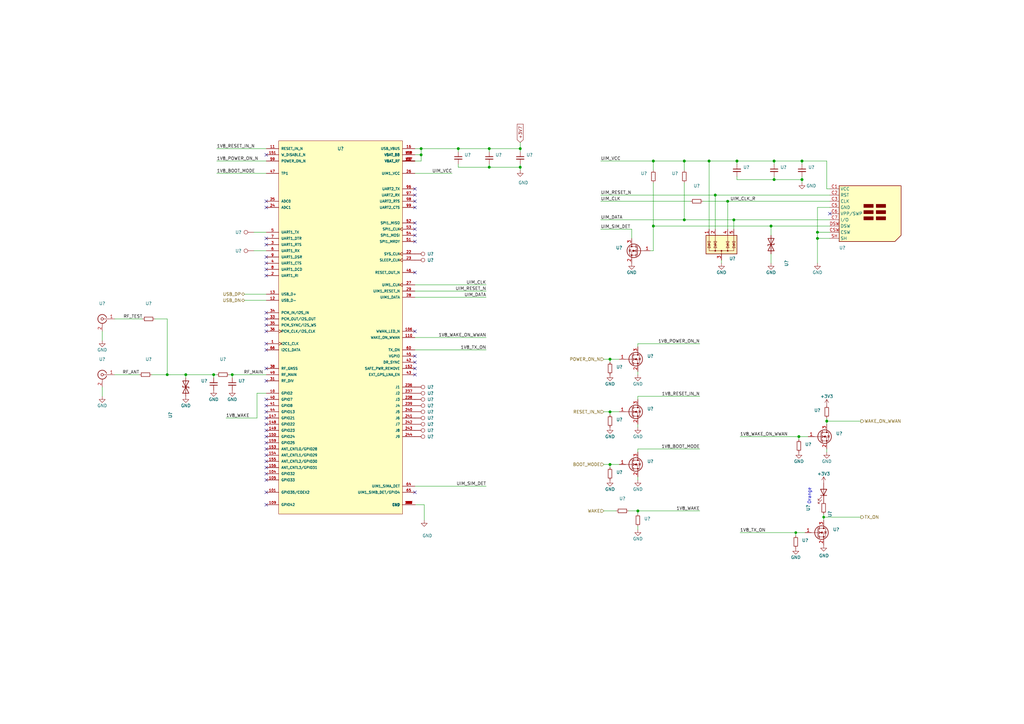
<source format=kicad_sch>
(kicad_sch (version 20220929) (generator eeschema)
  (paper "A3")
  (lib_symbols
    (symbol "Connector:Conn_Coaxial" (pin_names (offset 1.016) hide)
      (property "Reference" "J" (at 0.254 3.048 0))
      (property "Value" "Conn_Coaxial" (at 2.921 0 90))
      (symbol "Conn_Coaxial_0_1"
        (arc (start -1.778 -0.508) (mid 0.2311 -1.8066) (end 1.778 0) (stroke (width 0.254)))
        (polyline (pts (xy -2.54 0) (xy -0.508 0)))
        (polyline (pts (xy 0 -2.54) (xy 0 -1.778)))
        (circle (center 0 0) (radius 0.508) (stroke (width 0.2032)))
        (arc (start 1.778 0) (mid 0.2099 1.8101) (end -1.778 0.508) (stroke (width 0.254)))
      )
      (symbol "Conn_Coaxial_1_1"
        (pin passive line (at -5.08 0 0) (length 2.54) (name "In") (number "1"))
        (pin passive line (at 0 -5.08 90) (length 2.54) (name "Ext") (number "2"))
      )
    )
    (symbol "Connector:JAE_SIM_Card_SF72S006"
      (property "Reference" "J" (at 5.08 12.7 0))
      (property "Value" "JAE_SIM_Card_SF72S006" (at 30.48 12.7 0))
      (symbol "JAE_SIM_Card_SF72S006_0_1"
        (polyline (pts (xy 3.81 11.43) (xy 3.81 -11.43) (xy 26.67 -11.43) (xy 29.21 -8.89) (xy 29.21 11.43) (xy 3.81 11.43)) (stroke (width 0.254)) (fill (type background)))
        (rectangle (start 13.97 -2.54) (end 17.78 -1.27) (stroke (width 0.254)) (fill (type outline)))
        (rectangle (start 13.97 0) (end 17.78 1.27) (stroke (width 0.254)) (fill (type outline)))
        (rectangle (start 13.97 2.54) (end 17.78 3.81) (stroke (width 0.254)) (fill (type outline)))
        (rectangle (start 19.05 -1.27) (end 22.86 -2.54) (stroke (width 0.254)) (fill (type outline)))
        (rectangle (start 19.05 0) (end 22.86 1.27) (stroke (width 0.254)) (fill (type outline)))
        (rectangle (start 19.05 2.54) (end 22.86 3.81) (stroke (width 0.254)) (fill (type outline)))
      )
      (symbol "JAE_SIM_Card_SF72S006_1_1"
        (pin power_in line (at 0 10.16 0) (length 3.81) (name "VCC") (number "C1"))
        (pin input line (at 0 7.62 0) (length 3.81) (name "RST") (number "C2"))
        (pin input line (at 0 5.08 0) (length 3.81) (name "CLK") (number "C3"))
        (pin power_in line (at 0 2.54 0) (length 3.81) (name "GND") (number "C5"))
        (pin bidirectional line (at 0 0 0) (length 3.81) (name "VPP/SWP") (number "C6"))
        (pin bidirectional line (at 0 -2.54 0) (length 3.81) (name "I/O") (number "C7"))
        (pin passive line (at 0 -7.62 0) (length 3.81) (name "CSW") (number "CSW"))
        (pin passive line (at 0 -5.08 0) (length 3.81) (name "DSW") (number "DSW"))
        (pin passive line (at 0 -10.16 0) (length 3.81) (name "SH") (number "SH"))
      )
    )
    (symbol "Connector:TestPoint" (pin_numbers hide) (pin_names (offset 0.762) hide)
      (property "Reference" "TP" (at 0 6.858 0))
      (property "Value" "TestPoint" (at 0 5.08 0))
      (symbol "TestPoint_0_1"
        (circle (center 0 3.302) (radius 0.762))
      )
      (symbol "TestPoint_1_1"
        (pin passive line (at 0 0 90) (length 2.54) (name "1") (number "1"))
      )
    )
    (symbol "Device:C_Small" (pin_numbers hide) (pin_names (offset 0.254) hide)
      (property "Reference" "C" (at 0.254 1.778 0))
      (property "Value" "C_Small" (at 0.254 -2.032 0))
      (symbol "C_Small_0_1"
        (polyline (pts (xy -1.524 -0.508) (xy 1.524 -0.508)) (stroke (width 0.3302)))
        (polyline (pts (xy -1.524 0.508) (xy 1.524 0.508)) (stroke (width 0.3048)))
      )
      (symbol "C_Small_1_1"
        (pin passive line (at 0 2.54 270) (length 2.032) (name "~") (number "1"))
        (pin passive line (at 0 -2.54 90) (length 2.032) (name "~") (number "2"))
      )
    )
    (symbol "Device:D_TVS" (pin_numbers hide) (pin_names (offset 1.016) hide)
      (property "Reference" "D" (at 0 2.54 0))
      (property "Value" "D_TVS" (at 0 -2.54 0))
      (symbol "D_TVS_0_1"
        (polyline (pts (xy 1.27 0) (xy -1.27 0)))
        (polyline (pts (xy 0.508 1.27) (xy 0 1.27) (xy 0 -1.27) (xy -0.508 -1.27)) (stroke (width 0.254)))
        (polyline (pts (xy -2.54 1.27) (xy -2.54 -1.27) (xy 2.54 1.27) (xy 2.54 -1.27) (xy -2.54 1.27)) (stroke (width 0.254)))
      )
      (symbol "D_TVS_1_1"
        (pin passive line (at -3.81 0 0) (length 2.54) (name "A1") (number "1"))
        (pin passive line (at 3.81 0 180) (length 2.54) (name "A2") (number "2"))
      )
    )
    (symbol "Device:LED" (pin_numbers hide) (pin_names (offset 1.016) hide)
      (property "Reference" "D" (at 0 2.54 0))
      (property "Value" "LED" (at 0 -2.54 0))
      (symbol "LED_0_1"
        (polyline (pts (xy -1.27 -1.27) (xy -1.27 1.27)) (stroke (width 0.254)))
        (polyline (pts (xy -1.27 0) (xy 1.27 0)))
        (polyline (pts (xy 1.27 -1.27) (xy 1.27 1.27) (xy -1.27 0) (xy 1.27 -1.27)) (stroke (width 0.254)))
        (polyline (pts (xy -3.048 -0.762) (xy -4.572 -2.286) (xy -3.81 -2.286) (xy -4.572 -2.286) (xy -4.572 -1.524)))
        (polyline (pts (xy -1.778 -0.762) (xy -3.302 -2.286) (xy -2.54 -2.286) (xy -3.302 -2.286) (xy -3.302 -1.524)))
      )
      (symbol "LED_1_1"
        (pin passive line (at -3.81 0 0) (length 2.54) (name "K") (number "1"))
        (pin passive line (at 3.81 0 180) (length 2.54) (name "A") (number "2"))
      )
    )
    (symbol "Device:Q_NMOS_GSD" (pin_names (offset 0) hide)
      (property "Reference" "Q" (at 5.08 1.27 0))
      (property "Value" "Q_NMOS_GSD" (at 5.08 -1.27 0))
      (symbol "Q_NMOS_GSD_0_1"
        (polyline (pts (xy 0.254 0) (xy -2.54 0)))
        (polyline (pts (xy 0.254 1.905) (xy 0.254 -1.905)) (stroke (width 0.254)))
        (polyline (pts (xy 0.762 -1.27) (xy 0.762 -2.286)) (stroke (width 0.254)))
        (polyline (pts (xy 0.762 0.508) (xy 0.762 -0.508)) (stroke (width 0.254)))
        (polyline (pts (xy 0.762 2.286) (xy 0.762 1.27)) (stroke (width 0.254)))
        (polyline (pts (xy 2.54 2.54) (xy 2.54 1.778)))
        (polyline (pts (xy 2.54 -2.54) (xy 2.54 0) (xy 0.762 0)))
        (polyline (pts (xy 0.762 -1.778) (xy 3.302 -1.778) (xy 3.302 1.778) (xy 0.762 1.778)))
        (polyline (pts (xy 1.016 0) (xy 2.032 0.381) (xy 2.032 -0.381) (xy 1.016 0)) (fill (type outline)))
        (polyline (pts (xy 2.794 0.508) (xy 2.921 0.381) (xy 3.683 0.381) (xy 3.81 0.254)))
        (polyline (pts (xy 3.302 0.381) (xy 2.921 -0.254) (xy 3.683 -0.254) (xy 3.302 0.381)))
        (circle (center 1.651 0) (radius 2.794) (stroke (width 0.254)))
        (circle (center 2.54 -1.778) (radius 0.254) (fill (type outline)))
        (circle (center 2.54 1.778) (radius 0.254) (fill (type outline)))
      )
      (symbol "Q_NMOS_GSD_1_1"
        (pin input line (at -5.08 0 0) (length 2.54) (name "G") (number "1"))
        (pin passive line (at 2.54 -5.08 90) (length 2.54) (name "S") (number "2"))
        (pin passive line (at 2.54 5.08 270) (length 2.54) (name "D") (number "3"))
      )
    )
    (symbol "Device:R_Small" (pin_numbers hide) (pin_names (offset 0.254) hide)
      (property "Reference" "R" (at 0.762 0.508 0))
      (property "Value" "R_Small" (at 0.762 -1.016 0))
      (symbol "R_Small_0_1"
        (rectangle (start -0.762 1.778) (end 0.762 -1.778) (stroke (width 0.2032)))
      )
      (symbol "R_Small_1_1"
        (pin passive line (at 0 2.54 270) (length 0.762) (name "~") (number "1"))
        (pin passive line (at 0 -2.54 90) (length 0.762) (name "~") (number "2"))
      )
    )
    (symbol "j_Power_Protection:ESD7004" (pin_names hide)
      (property "Reference" "U" (at 7.62 3.81 0))
      (property "Value" "ESD7004" (at 7.62 1.905 0))
      (symbol "ESD7004_0_0"
        (pin passive line (at 0 -5.08 90) (length 2.54) (name "G") (number "3"))
      )
      (symbol "ESD7004_0_1"
        (rectangle (start -6.35 5.08) (end 6.35 -2.54) (stroke (width 0.254)) (fill (type background)))
        (circle (center 0 -1.27) (radius 0.254) (fill (type outline)))
        (polyline (pts (xy -2.54 5.08) (xy -2.54 -1.27)))
        (polyline (pts (xy 0 -1.27) (xy 0 -2.54)))
        (polyline (pts (xy 2.54 5.08) (xy 2.54 -1.27)))
        (polyline (pts (xy -5.08 5.08) (xy -5.08 -1.27) (xy 5.08 -1.27) (xy 5.08 5.08)))
        (polyline (pts (xy -4.445 0) (xy -5.715 0) (xy -5.08 1.27) (xy -4.445 0)))
        (polyline (pts (xy -3.175 1.524) (xy -2.921 1.27) (xy -2.159 1.27) (xy -1.905 1.016)))
        (polyline (pts (xy -2.54 1.27) (xy -1.905 0) (xy -3.175 0) (xy -2.54 1.27)))
        (polyline (pts (xy 2.54 1.27) (xy 1.905 0) (xy 3.175 0) (xy 2.54 1.27)))
        (polyline (pts (xy 5.08 1.27) (xy 4.445 0) (xy 5.715 0) (xy 5.08 1.27)))
        (circle (center 2.54 -1.27) (radius 0.254) (fill (type outline)))
      )
      (symbol "ESD7004_1_1"
        (circle (center -2.54 -1.27) (radius 0.254) (fill (type outline)))
        (polyline (pts (xy -5.715 1.524) (xy -5.461 1.27) (xy -4.699 1.27) (xy -4.445 1.016)))
        (polyline (pts (xy -5.08 1.27) (xy -5.715 2.54) (xy -4.445 2.54) (xy -5.08 1.27)))
        (polyline (pts (xy -2.54 1.27) (xy -3.175 2.54) (xy -1.905 2.54) (xy -2.54 1.27)))
        (polyline (pts (xy 1.905 1.524) (xy 2.159 1.27) (xy 2.921 1.27) (xy 3.175 1.016)))
        (polyline (pts (xy 2.54 1.27) (xy 1.905 2.54) (xy 3.175 2.54) (xy 2.54 1.27)))
        (polyline (pts (xy 4.445 1.524) (xy 4.699 1.27) (xy 5.461 1.27) (xy 5.715 1.016)))
        (polyline (pts (xy 5.08 1.27) (xy 4.445 2.54) (xy 5.715 2.54) (xy 5.08 1.27)))
        (pin passive line (at -5.08 7.62 270) (length 2.54) (name "IO1") (number "1"))
        (pin passive line (at -2.54 7.62 270) (length 2.54) (name "IO2") (number "2"))
        (pin passive line (at 2.54 7.62 270) (length 2.54) (name "IO3") (number "4"))
        (pin passive line (at 5.08 7.62 270) (length 2.54) (name "IO4") (number "5"))
      )
    )
    (symbol "j_RF_Module:Sierra_Wireless_RC7620" (pin_names (offset 1.016))
      (property "Reference" "U" (at -25.4508 86.5378 0))
      (property "Value" "Sierra_Wireless_RC7620" (at -24.765 -69.85 0))
      (symbol "Sierra_Wireless_RC7620_0_0"
        (rectangle (start -25.4 85.725) (end 25.4 -67.31) (stroke (width 0.1524)) (fill (type background)))
        (pin bidirectional clock (at -30.48 2.54 0) (length 5.08) (name "I2C1_CLK") (number "1"))
        (pin bidirectional line (at -30.48 -17.78 0) (length 5.08) (name "GPIO2") (number "10"))
        (pin bidirectional line (at -30.48 -58.42 0) (length 5.08) (name "GPIO35/COEX2") (number "101"))
        (pin bidirectional line (at -30.48 -50.8 0) (length 5.08) (name "GPIO32") (number "104"))
        (pin bidirectional line (at -30.48 -53.34 0) (length 5.08) (name "GPIO33") (number "105"))
        (pin output line (at 30.48 7.62 180) (length 5.08) (name "WWAN_LED_N") (number "106"))
        (pin bidirectional line (at -30.48 -63.5 0) (length 5.08) (name "GPIO42") (number "109"))
        (pin input line (at -30.48 82.55 0) (length 5.08) (name "RESET_IN_N") (number "11"))
        (pin output line (at 30.48 5.08 180) (length 5.08) (name "WAKE_ON_WWAN") (number "110"))
        (pin power_in line (at 30.48 -63.5 180) (length 5.08) (name "GND") (number "111"))
        (pin power_in line (at 30.48 -63.5 180) (length 5.08) (name "GND") (number "113"))
        (pin bidirectional line (at -30.48 20.32 0) (length 5.08) (name "USB_D-") (number "12"))
        (pin power_in line (at 30.48 -63.5 180) (length 5.08) (name "GND") (number "125"))
        (pin power_in line (at 30.48 -63.5 180) (length 5.08) (name "GND") (number "128"))
        (pin bidirectional line (at -30.48 22.86 0) (length 5.08) (name "USB_D+") (number "13"))
        (pin power_in line (at 30.48 -63.5 180) (length 5.08) (name "GND") (number "136"))
        (pin power_in line (at 30.48 -63.5 180) (length 5.08) (name "GND") (number "139"))
        (pin bidirectional line (at -30.48 -27.94 0) (length 5.08) (name "GPIO21") (number "147"))
        (pin bidirectional line (at -30.48 -30.48 0) (length 5.08) (name "GPIO22") (number "148"))
        (pin bidirectional line (at -30.48 -33.02 0) (length 5.08) (name "GPIO23") (number "149"))
        (pin bidirectional line (at -30.48 -35.56 0) (length 5.08) (name "GPIO24") (number "150"))
        (pin input line (at -30.48 80.01 0) (length 5.08) (name "W_DISABLE_N") (number "151"))
        (pin output line (at 30.48 -7.62 180) (length 5.08) (name "SAFE_PWR_REMOVE") (number "152"))
        (pin bidirectional line (at -30.48 -40.64 0) (length 5.08) (name "ANT_CNTL0/GPIO28") (number "153"))
        (pin bidirectional line (at -30.48 -43.18 0) (length 5.08) (name "ANT_CNTL1/GPIO29") (number "154"))
        (pin bidirectional line (at -30.48 -45.72 0) (length 5.08) (name "ANT_CNTL2/GPIO30") (number "155"))
        (pin bidirectional line (at -30.48 -48.26 0) (length 5.08) (name "ANT_CNTL3/GPIO31") (number "156"))
        (pin power_in line (at 30.48 77.47 180) (length 5.08) (name "VBAT_RF") (number "157"))
        (pin power_in line (at 30.48 80.01 180) (length 5.08) (name "VBAT_BB") (number "158"))
        (pin bidirectional line (at -30.48 -38.1 0) (length 5.08) (name "GPIO25") (number "159"))
        (pin power_in line (at 30.48 82.55 180) (length 5.08) (name "USB_VBUS") (number "16"))
        (pin power_in line (at 30.48 -63.5 180) (length 5.08) (name "GND") (number "167"))
        (pin power_in line (at 30.48 -63.5 180) (length 5.08) (name "GND") (number "168"))
        (pin power_in line (at 30.48 -63.5 180) (length 5.08) (name "GND") (number "169"))
        (pin power_in line (at 30.48 -63.5 180) (length 5.08) (name "GND") (number "170"))
        (pin power_in line (at 30.48 -63.5 180) (length 5.08) (name "GND") (number "171"))
        (pin power_in line (at 30.48 -63.5 180) (length 5.08) (name "GND") (number "172"))
        (pin power_in line (at 30.48 -63.5 180) (length 5.08) (name "GND") (number "173"))
        (pin power_in line (at 30.48 -63.5 180) (length 5.08) (name "GND") (number "174"))
        (pin power_in line (at 30.48 -63.5 180) (length 5.08) (name "GND") (number "175"))
        (pin power_in line (at 30.48 -63.5 180) (length 5.08) (name "GND") (number "176"))
        (pin power_in line (at 30.48 -63.5 180) (length 5.08) (name "GND") (number "177"))
        (pin power_in line (at 30.48 -63.5 180) (length 5.08) (name "GND") (number "178"))
        (pin power_in line (at 30.48 -63.5 180) (length 5.08) (name "GND") (number "179"))
        (pin power_in line (at 30.48 -63.5 180) (length 5.08) (name "GND") (number "180"))
        (pin power_in line (at 30.48 -63.5 180) (length 5.08) (name "GND") (number "181"))
        (pin power_in line (at 30.48 -63.5 180) (length 5.08) (name "GND") (number "182"))
        (pin power_in line (at 30.48 -63.5 180) (length 5.08) (name "GND") (number "183"))
        (pin power_in line (at 30.48 -63.5 180) (length 5.08) (name "GND") (number "184"))
        (pin power_in line (at 30.48 -63.5 180) (length 5.08) (name "GND") (number "185"))
        (pin power_in line (at 30.48 -63.5 180) (length 5.08) (name "GND") (number "186"))
        (pin power_in line (at 30.48 -63.5 180) (length 5.08) (name "GND") (number "187"))
        (pin power_in line (at 30.48 -63.5 180) (length 5.08) (name "GND") (number "188"))
        (pin power_in line (at 30.48 -63.5 180) (length 5.08) (name "GND") (number "189"))
        (pin power_in line (at 30.48 -63.5 180) (length 5.08) (name "GND") (number "190"))
        (pin power_in line (at 30.48 -63.5 180) (length 5.08) (name "GND") (number "191"))
        (pin power_in line (at 30.48 -63.5 180) (length 5.08) (name "GND") (number "192"))
        (pin power_in line (at 30.48 -63.5 180) (length 5.08) (name "GND") (number "193"))
        (pin power_in line (at 30.48 -63.5 180) (length 5.08) (name "GND") (number "194"))
        (pin power_in line (at 30.48 -63.5 180) (length 5.08) (name "GND") (number "195"))
        (pin power_in line (at 30.48 -63.5 180) (length 5.08) (name "GND") (number "196"))
        (pin power_in line (at 30.48 -63.5 180) (length 5.08) (name "GND") (number "197"))
        (pin power_in line (at 30.48 -63.5 180) (length 5.08) (name "GND") (number "198"))
        (pin power_in line (at 30.48 -63.5 180) (length 5.08) (name "GND") (number "199"))
        (pin output line (at -30.48 30.48 0) (length 5.08) (name "UART1_RI") (number "2"))
        (pin power_in line (at 30.48 -63.5 180) (length 5.08) (name "GND") (number "200"))
        (pin power_in line (at 30.48 -63.5 180) (length 5.08) (name "GND") (number "201"))
        (pin power_in line (at 30.48 -63.5 180) (length 5.08) (name "GND") (number "202"))
        (pin power_in line (at 30.48 -63.5 180) (length 5.08) (name "GND") (number "203"))
        (pin power_in line (at 30.48 -63.5 180) (length 5.08) (name "GND") (number "204"))
        (pin power_in line (at 30.48 -63.5 180) (length 5.08) (name "GND") (number "205"))
        (pin power_in line (at 30.48 -63.5 180) (length 5.08) (name "GND") (number "206"))
        (pin power_in line (at 30.48 -63.5 180) (length 5.08) (name "GND") (number "207"))
        (pin power_in line (at 30.48 -63.5 180) (length 5.08) (name "GND") (number "208"))
        (pin power_in line (at 30.48 -63.5 180) (length 5.08) (name "GND") (number "209"))
        (pin power_in line (at 30.48 -63.5 180) (length 5.08) (name "GND") (number "210"))
        (pin power_in line (at 30.48 -63.5 180) (length 5.08) (name "GND") (number "211"))
        (pin power_in line (at 30.48 -63.5 180) (length 5.08) (name "GND") (number "212"))
        (pin power_in line (at 30.48 -63.5 180) (length 5.08) (name "GND") (number "213"))
        (pin power_in line (at 30.48 -63.5 180) (length 5.08) (name "GND") (number "214"))
        (pin power_in line (at 30.48 -63.5 180) (length 5.08) (name "GND") (number "215"))
        (pin power_in line (at 30.48 -63.5 180) (length 5.08) (name "GND") (number "216"))
        (pin power_in line (at 30.48 -63.5 180) (length 5.08) (name "GND") (number "217"))
        (pin power_in line (at 30.48 -63.5 180) (length 5.08) (name "GND") (number "218"))
        (pin power_in line (at 30.48 -63.5 180) (length 5.08) (name "GND") (number "219"))
        (pin output clock (at 30.48 39.37 180) (length 5.08) (name "SYS_CLK") (number "22"))
        (pin power_in line (at 30.48 -63.5 180) (length 5.08) (name "GND") (number "220"))
        (pin power_in line (at 30.48 -63.5 180) (length 5.08) (name "GND") (number "221"))
        (pin power_in line (at 30.48 -63.5 180) (length 5.08) (name "GND") (number "222"))
        (pin power_in line (at 30.48 -63.5 180) (length 5.08) (name "GND") (number "223"))
        (pin power_in line (at 30.48 -63.5 180) (length 5.08) (name "GND") (number "224"))
        (pin power_in line (at 30.48 -63.5 180) (length 5.08) (name "GND") (number "225"))
        (pin power_in line (at 30.48 -63.5 180) (length 5.08) (name "GND") (number "226"))
        (pin power_in line (at 30.48 -63.5 180) (length 5.08) (name "GND") (number "227"))
        (pin power_in line (at 30.48 -63.5 180) (length 5.08) (name "GND") (number "228"))
        (pin power_in line (at 30.48 -63.5 180) (length 5.08) (name "GND") (number "229"))
        (pin output clock (at 30.48 36.83 180) (length 5.08) (name "SLEEP_CLK") (number "23"))
        (pin power_in line (at 30.48 -63.5 180) (length 5.08) (name "GND") (number "230"))
        (pin power_in line (at 30.48 -63.5 180) (length 5.08) (name "GND") (number "231"))
        (pin power_in line (at 30.48 -63.5 180) (length 5.08) (name "GND") (number "232"))
        (pin power_in line (at 30.48 -63.5 180) (length 5.08) (name "GND") (number "233"))
        (pin power_in line (at 30.48 -63.5 180) (length 5.08) (name "GND") (number "234"))
        (pin bidirectional line (at 30.48 -15.24 180) (length 5.08) (name "J1") (number "236"))
        (pin bidirectional line (at 30.48 -17.78 180) (length 5.08) (name "J2") (number "237"))
        (pin bidirectional line (at 30.48 -20.32 180) (length 5.08) (name "J3") (number "238"))
        (pin bidirectional line (at 30.48 -22.86 180) (length 5.08) (name "J4") (number "239"))
        (pin input line (at -30.48 58.42 0) (length 5.08) (name "ADC1") (number "24"))
        (pin bidirectional line (at 30.48 -25.4 180) (length 5.08) (name "J5") (number "240"))
        (pin bidirectional line (at 30.48 -27.94 180) (length 5.08) (name "J6") (number "241"))
        (pin bidirectional line (at 30.48 -30.48 180) (length 5.08) (name "J7") (number "242"))
        (pin bidirectional line (at 30.48 -33.02 180) (length 5.08) (name "J8") (number "243"))
        (pin bidirectional line (at 30.48 -35.56 180) (length 5.08) (name "J9") (number "244"))
        (pin input line (at -30.48 60.96 0) (length 5.08) (name "ADC0") (number "25"))
        (pin power_out line (at 30.48 72.39 180) (length 5.08) (name "UIM1_VCC") (number "26"))
        (pin output clock (at 30.48 26.67 180) (length 5.08) (name "UIM1_CLK") (number "27"))
        (pin bidirectional line (at 30.48 21.59 180) (length 5.08) (name "UIM1_DATA") (number "28"))
        (pin output line (at 30.48 24.13 180) (length 5.08) (name "UIM1_RESET_N") (number "29"))
        (pin input line (at -30.48 43.18 0) (length 5.08) (name "UART1_RTS") (number "3"))
        (pin power_in line (at 30.48 -63.5 180) (length 5.08) (name "GND") (number "30"))
        (pin bidirectional line (at -30.48 -12.7 0) (length 5.08) (name "RF_DIV") (number "31"))
        (pin power_in line (at 30.48 -63.5 180) (length 5.08) (name "GND") (number "32"))
        (pin output line (at -30.48 12.7 0) (length 5.08) (name "PCM_OUT/I2S_OUT") (number "33"))
        (pin input line (at -30.48 15.24 0) (length 5.08) (name "PCM_IN/I2S_IN") (number "34"))
        (pin bidirectional line (at -30.48 10.16 0) (length 5.08) (name "PCM_SYNC/I2S_WS") (number "35"))
        (pin bidirectional clock (at -30.48 7.62 0) (length 5.08) (name "PCM_CLK/I2S_CLK") (number "36"))
        (pin power_in line (at 30.48 -63.5 180) (length 5.08) (name "GND") (number "37"))
        (pin input line (at -30.48 -7.62 0) (length 5.08) (name "RF_GNSS") (number "38"))
        (pin power_in line (at 30.48 -63.5 180) (length 5.08) (name "GND") (number "39"))
        (pin output line (at -30.48 35.56 0) (length 5.08) (name "UART1_CTS") (number "4"))
        (pin bidirectional line (at -30.48 -20.32 0) (length 5.08) (name "GPIO7") (number "40"))
        (pin bidirectional line (at -30.48 -22.86 0) (length 5.08) (name "GPIO8") (number "41"))
        (pin output line (at 30.48 -5.08 180) (length 5.08) (name "DR_SYNC") (number "42"))
        (pin bidirectional line (at -30.48 -25.4 0) (length 5.08) (name "GPIO13") (number "44"))
        (pin output line (at 30.48 -2.54 180) (length 5.08) (name "VGPIO") (number "45"))
        (pin output line (at 30.48 31.75 180) (length 5.08) (name "RESET_OUT_N") (number "46"))
        (pin input line (at -30.48 72.39 0) (length 5.08) (name "TP1") (number "47"))
        (pin power_in line (at 30.48 -63.5 180) (length 5.08) (name "GND") (number "48"))
        (pin bidirectional line (at -30.48 -10.16 0) (length 5.08) (name "RF_MAIN") (number "49"))
        (pin input line (at -30.48 48.26 0) (length 5.08) (name "UART1_TX") (number "5"))
        (pin power_in line (at 30.48 -63.5 180) (length 5.08) (name "GND") (number "50"))
        (pin output line (at 30.48 44.45 180) (length 5.08) (name "SPI1_MRDY") (number "51"))
        (pin input line (at 30.48 52.07 180) (length 5.08) (name "SPI1_MISO") (number "52"))
        (pin output clock (at 30.48 49.53 180) (length 5.08) (name "SPI1_CLK") (number "53"))
        (pin output line (at 30.48 46.99 180) (length 5.08) (name "SPI1_MOSI") (number "54"))
        (pin input line (at -30.48 77.47 0) (length 5.08) (name "POWER_ON_N") (number "59"))
        (pin output line (at -30.48 40.64 0) (length 5.08) (name "UART1_RX") (number "6"))
        (pin output line (at 30.48 0 180) (length 5.08) (name "TX_ON") (number "60"))
        (pin power_in line (at 30.48 77.47 180) (length 5.08) (name "VBAT_RF") (number "61"))
        (pin power_in line (at 30.48 77.47 180) (length 5.08) (name "VBAT_RF") (number "62"))
        (pin power_in line (at 30.48 80.01 180) (length 5.08) (name "VBAT_BB") (number "63"))
        (pin input line (at 30.48 -55.88 180) (length 5.08) (name "UIM1_SIMA_DET") (number "64"))
        (pin bidirectional line (at 30.48 -58.42 180) (length 5.08) (name "UIM1_SIMB_DET/GPIO4") (number "65"))
        (pin bidirectional line (at -30.48 0 0) (length 5.08) (name "I2C1_DATA") (number "66"))
        (pin power_in line (at 30.48 -63.5 180) (length 5.08) (name "GND") (number "67"))
        (pin power_in line (at 30.48 -63.5 180) (length 5.08) (name "GND") (number "68"))
        (pin power_in line (at 30.48 -63.5 180) (length 5.08) (name "GND") (number "69"))
        (pin input line (at -30.48 45.72 0) (length 5.08) (name "UART1_DTR") (number "7"))
        (pin power_in line (at 30.48 -63.5 180) (length 5.08) (name "GND") (number "70"))
        (pin output line (at -30.48 33.02 0) (length 5.08) (name "UART1_DCD") (number "8"))
        (pin output line (at -30.48 38.1 0) (length 5.08) (name "UART1_DSR") (number "9"))
        (pin input line (at 30.48 66.04 180) (length 5.08) (name "UART2_TX") (number "96"))
        (pin output line (at 30.48 63.5 180) (length 5.08) (name "UART2_RX") (number "97"))
        (pin input line (at 30.48 60.96 180) (length 5.08) (name "UART2_RTS") (number "98"))
        (pin output line (at 30.48 58.42 180) (length 5.08) (name "UART2_CTS") (number "99"))
      )
      (symbol "Sierra_Wireless_RC7620_1_1"
        (pin output line (at 30.48 -10.16 180) (length 5.08) (name "EXT_GPS_LNA_EN") (number "43"))
      )
    )
    (symbol "power:+3V3" (power) (pin_names (offset 0))
      (property "Value" "+3V3" (at 0 3.556 0))
      (symbol "+3V3_0_1"
        (polyline (pts (xy -0.762 1.27) (xy 0 2.54)))
        (polyline (pts (xy 0 0) (xy 0 2.54)))
        (polyline (pts (xy 0 2.54) (xy 0.762 1.27)))
      )
      (symbol "+3V3_1_1"
        (pin power_in line (at 0 0 90) (length 0) hide (name "+3V3") (number "1"))
      )
    )
    (symbol "power:GND" (power) (pin_names (offset 0))
      (property "Value" "GND" (at 0 -3.81 0))
      (symbol "GND_0_1"
        (polyline (pts (xy 0 0) (xy 0 -1.27) (xy 1.27 -1.27) (xy 0 -2.54) (xy -1.27 -1.27) (xy 0 -1.27)))
      )
      (symbol "GND_1_1"
        (pin power_in line (at 0 0 270) (length 0) hide (name "GND") (number "1"))
      )
    )
  )
  (junction (at 250.19 147.32) (diameter 1.016))
  (junction (at 300.99 90.17) (diameter 1.016))
  (junction (at 87.63 153.67) (diameter 1.016))
  (junction (at 293.37 80.01) (diameter 1.016))
  (junction (at 250.19 190.5) (diameter 1.016))
  (junction (at 327.66 179.07) (diameter 1.016))
  (junction (at 68.58 153.67) (diameter 1.016))
  (junction (at 267.97 92.71) (diameter 1.016))
  (junction (at 298.45 82.55) (diameter 1.016))
  (junction (at 213.36 68.58) (diameter 1.016))
  (junction (at 317.5 73.66) (diameter 1.016))
  (junction (at 335.28 95.25) (diameter 1.016))
  (junction (at 317.5 66.04) (diameter 1.016))
  (junction (at 339.09 172.72) (diameter 1.016))
  (junction (at 302.26 66.04) (diameter 1.016))
  (junction (at 76.2 153.67) (diameter 1.016))
  (junction (at 326.39 218.44))
  (junction (at 328.93 73.66) (diameter 1.016))
  (junction (at 280.67 66.04) (diameter 1.016))
  (junction (at 337.82 212.09))
  (junction (at 261.62 209.55) (diameter 1.016))
  (junction (at 95.25 153.67) (diameter 1.016))
  (junction (at 267.97 66.04) (diameter 1.016))
  (junction (at 200.66 68.58) (diameter 1.016))
  (junction (at 316.23 92.71) (diameter 1.016))
  (junction (at 172.72 60.96) (diameter 1.016))
  (junction (at 328.93 66.04) (diameter 1.016))
  (junction (at 280.67 90.17) (diameter 1.016))
  (junction (at 335.28 97.79) (diameter 1.016))
  (junction (at 200.66 60.96) (diameter 1.016))
  (junction (at 187.96 60.96) (diameter 1.016))
  (junction (at 213.36 60.96) (diameter 1.016))
  (junction (at 172.72 63.5) (diameter 1.016))
  (junction (at 290.83 66.04) (diameter 1.016))
  (junction (at 250.19 168.91) (diameter 1.016))
  (no_connect (at 170.18 77.47))
  (no_connect (at 170.18 80.01))
  (no_connect (at 170.18 82.55))
  (no_connect (at 170.18 85.09))
  (no_connect (at 170.18 91.44))
  (no_connect (at 170.18 93.98))
  (no_connect (at 170.18 96.52))
  (no_connect (at 170.18 99.06))
  (no_connect (at 170.18 201.93))
  (no_connect (at 170.18 111.76))
  (no_connect (at 109.22 151.13))
  (no_connect (at 109.22 163.83))
  (no_connect (at 109.22 166.37))
  (no_connect (at 109.22 168.91))
  (no_connect (at 109.22 171.45))
  (no_connect (at 109.22 173.99))
  (no_connect (at 109.22 176.53))
  (no_connect (at 109.22 179.07))
  (no_connect (at 170.18 135.89))
  (no_connect (at 109.22 63.5))
  (no_connect (at 109.22 184.15))
  (no_connect (at 109.22 186.69))
  (no_connect (at 109.22 189.23))
  (no_connect (at 109.22 191.77))
  (no_connect (at 109.22 194.31))
  (no_connect (at 109.22 196.85))
  (no_connect (at 109.22 201.93))
  (no_connect (at 109.22 207.01))
  (no_connect (at 170.18 148.59))
  (no_connect (at 170.18 153.67))
  (no_connect (at 109.22 156.21))
  (no_connect (at 109.22 181.61))
  (no_connect (at 170.18 146.05))
  (no_connect (at 109.22 82.55))
  (no_connect (at 109.22 85.09))
  (no_connect (at 109.22 97.79))
  (no_connect (at 109.22 100.33))
  (no_connect (at 109.22 105.41))
  (no_connect (at 109.22 107.95))
  (no_connect (at 109.22 110.49))
  (no_connect (at 109.22 113.03))
  (no_connect (at 109.22 128.27))
  (no_connect (at 109.22 130.81))
  (no_connect (at 109.22 133.35))
  (no_connect (at 109.22 135.89))
  (no_connect (at 109.22 140.97))
  (no_connect (at 109.22 143.51))
  (no_connect (at 170.18 151.13))
  (no_connect (at 340.36 87.63))
  (wire (pts (xy 300.99 90.17) (xy 300.99 93.98)))
  (wire (pts (xy 327.66 179.07) (xy 331.47 179.07)))
  (wire (pts (xy 170.18 116.84) (xy 199.39 116.84)))
  (wire (pts (xy 41.91 158.75) (xy 41.91 162.56)))
  (wire (pts (xy 213.36 58.42) (xy 213.36 60.96)))
  (wire (pts (xy 317.5 66.04) (xy 328.93 66.04)))
  (wire (pts (xy 339.09 66.04) (xy 328.93 66.04)))
  (wire (pts (xy 339.09 77.47) (xy 339.09 66.04)))
  (wire (pts (xy 340.36 77.47) (xy 339.09 77.47)))
  (wire (pts (xy 267.97 66.04) (xy 267.97 69.85)))
  (wire (pts (xy 302.26 66.04) (xy 317.5 66.04)))
  (wire (pts (xy 250.19 168.91) (xy 254 168.91)))
  (wire (pts (xy 187.96 68.58) (xy 187.96 67.31)))
  (wire (pts (xy 200.66 68.58) (xy 187.96 68.58)))
  (wire (pts (xy 250.19 168.91) (xy 250.19 170.18)))
  (wire (pts (xy 337.82 210.82) (xy 337.82 212.09)))
  (wire (pts (xy 302.26 72.39) (xy 302.26 73.66)))
  (wire (pts (xy 302.26 73.66) (xy 317.5 73.66)))
  (wire (pts (xy 317.5 73.66) (xy 328.93 73.66)))
  (wire (pts (xy 328.93 73.66) (xy 328.93 72.39)))
  (wire (pts (xy 316.23 92.71) (xy 316.23 96.52)))
  (wire (pts (xy 247.65 209.55) (xy 252.73 209.55)))
  (wire (pts (xy 68.58 130.81) (xy 63.5 130.81)))
  (wire (pts (xy 68.58 153.67) (xy 68.58 130.81)))
  (wire (pts (xy 87.63 153.67) (xy 88.9 153.67)))
  (wire (pts (xy 170.18 143.51) (xy 199.39 143.51)))
  (wire (pts (xy 46.99 153.67) (xy 57.15 153.67)))
  (wire (pts (xy 298.45 82.55) (xy 340.36 82.55)))
  (wire (pts (xy 95.25 153.67) (xy 95.25 154.94)))
  (wire (pts (xy 316.23 92.71) (xy 340.36 92.71)))
  (wire (pts (xy 335.28 85.09) (xy 335.28 95.25)))
  (wire (pts (xy 340.36 85.09) (xy 335.28 85.09)))
  (wire (pts (xy 170.18 119.38) (xy 199.39 119.38)))
  (wire (pts (xy 280.67 90.17) (xy 300.99 90.17)))
  (wire (pts (xy 300.99 90.17) (xy 340.36 90.17)))
  (wire (pts (xy 327.66 179.07) (xy 303.53 179.07)))
  (wire (pts (xy 246.38 80.01) (xy 293.37 80.01)))
  (wire (pts (xy 170.18 207.01) (xy 173.99 207.01)))
  (wire (pts (xy 173.99 207.01) (xy 173.99 213.36)))
  (wire (pts (xy 326.39 218.44) (xy 330.2 218.44)))
  (wire (pts (xy 200.66 60.96) (xy 200.66 62.23)))
  (wire (pts (xy 261.62 196.85) (xy 261.62 195.58)))
  (wire (pts (xy 290.83 66.04) (xy 290.83 93.98)))
  (wire (pts (xy 316.23 104.14) (xy 316.23 107.95)))
  (wire (pts (xy 267.97 92.71) (xy 316.23 92.71)))
  (wire (pts (xy 62.23 153.67) (xy 68.58 153.67)))
  (wire (pts (xy 68.58 153.67) (xy 76.2 153.67)))
  (wire (pts (xy 200.66 67.31) (xy 200.66 68.58)))
  (wire (pts (xy 200.66 68.58) (xy 213.36 68.58)))
  (wire (pts (xy 213.36 68.58) (xy 213.36 67.31)))
  (wire (pts (xy 76.2 153.67) (xy 87.63 153.67)))
  (wire (pts (xy 298.45 82.55) (xy 298.45 93.98)))
  (wire (pts (xy 261.62 175.26) (xy 261.62 173.99)))
  (wire (pts (xy 339.09 185.42) (xy 339.09 184.15)))
  (wire (pts (xy 246.38 93.98) (xy 259.08 93.98)))
  (wire (pts (xy 259.08 93.98) (xy 259.08 97.79)))
  (wire (pts (xy 247.65 190.5) (xy 250.19 190.5)))
  (wire (pts (xy 213.36 68.58) (xy 213.36 69.85)))
  (wire (pts (xy 95.25 153.67) (xy 109.22 153.67)))
  (wire (pts (xy 88.9 66.04) (xy 109.22 66.04)))
  (wire (pts (xy 261.62 162.56) (xy 261.62 163.83)))
  (wire (pts (xy 335.28 95.25) (xy 335.28 97.79)))
  (wire (pts (xy 340.36 95.25) (xy 335.28 95.25)))
  (wire (pts (xy 335.28 97.79) (xy 335.28 107.95)))
  (wire (pts (xy 340.36 97.79) (xy 335.28 97.79)))
  (wire (pts (xy 250.19 190.5) (xy 254 190.5)))
  (wire (pts (xy 187.96 60.96) (xy 200.66 60.96)))
  (wire (pts (xy 200.66 60.96) (xy 213.36 60.96)))
  (wire (pts (xy 213.36 62.23) (xy 213.36 60.96)))
  (wire (pts (xy 41.91 135.89) (xy 41.91 139.7)))
  (wire (pts (xy 303.53 218.44) (xy 326.39 218.44)))
  (wire (pts (xy 87.63 153.67) (xy 87.63 154.94)))
  (wire (pts (xy 328.93 73.66) (xy 328.93 74.93)))
  (wire (pts (xy 170.18 138.43) (xy 199.39 138.43)))
  (wire (pts (xy 295.91 107.95) (xy 295.91 106.68)))
  (wire (pts (xy 170.18 66.04) (xy 172.72 66.04)))
  (wire (pts (xy 172.72 63.5) (xy 172.72 66.04)))
  (wire (pts (xy 339.09 172.72) (xy 339.09 173.99)))
  (wire (pts (xy 187.96 60.96) (xy 187.96 62.23)))
  (wire (pts (xy 76.2 153.67) (xy 76.2 154.94)))
  (wire (pts (xy 246.38 90.17) (xy 280.67 90.17)))
  (wire (pts (xy 261.62 184.15) (xy 261.62 185.42)))
  (wire (pts (xy 293.37 80.01) (xy 293.37 93.98)))
  (wire (pts (xy 104.14 102.87) (xy 109.22 102.87)))
  (wire (pts (xy 109.22 95.25) (xy 104.14 95.25)))
  (wire (pts (xy 247.65 147.32) (xy 250.19 147.32)))
  (wire (pts (xy 250.19 147.32) (xy 254 147.32)))
  (wire (pts (xy 247.65 168.91) (xy 250.19 168.91)))
  (wire (pts (xy 327.66 179.07) (xy 327.66 180.34)))
  (wire (pts (xy 170.18 121.92) (xy 199.39 121.92)))
  (wire (pts (xy 170.18 71.12) (xy 185.42 71.12)))
  (wire (pts (xy 290.83 66.04) (xy 302.26 66.04)))
  (wire (pts (xy 317.5 72.39) (xy 317.5 73.66)))
  (wire (pts (xy 267.97 66.04) (xy 280.67 66.04)))
  (wire (pts (xy 280.67 66.04) (xy 290.83 66.04)))
  (wire (pts (xy 250.19 147.32) (xy 250.19 148.59)))
  (wire (pts (xy 261.62 140.97) (xy 261.62 142.24)))
  (wire (pts (xy 246.38 66.04) (xy 267.97 66.04)))
  (wire (pts (xy 261.62 215.9) (xy 261.62 217.17)))
  (wire (pts (xy 280.67 66.04) (xy 280.67 69.85)))
  (wire (pts (xy 88.9 60.96) (xy 109.22 60.96)))
  (wire (pts (xy 93.98 153.67) (xy 95.25 153.67)))
  (wire (pts (xy 250.19 190.5) (xy 250.19 191.77)))
  (wire (pts (xy 261.62 153.67) (xy 261.62 152.4)))
  (wire (pts (xy 288.29 82.55) (xy 298.45 82.55)))
  (wire (pts (xy 170.18 60.96) (xy 172.72 60.96)))
  (wire (pts (xy 172.72 60.96) (xy 172.72 63.5)))
  (wire (pts (xy 172.72 63.5) (xy 170.18 63.5)))
  (wire (pts (xy 100.33 123.19) (xy 109.22 123.19)))
  (wire (pts (xy 46.99 130.81) (xy 58.42 130.81)))
  (wire (pts (xy 337.82 212.09) (xy 337.82 213.36)))
  (wire (pts (xy 337.82 212.09) (xy 353.06 212.09)))
  (wire (pts (xy 287.02 184.15) (xy 261.62 184.15)))
  (wire (pts (xy 172.72 60.96) (xy 187.96 60.96)))
  (wire (pts (xy 105.41 161.29) (xy 109.22 161.29)))
  (wire (pts (xy 261.62 209.55) (xy 287.02 209.55)))
  (wire (pts (xy 302.26 67.31) (xy 302.26 66.04)))
  (wire (pts (xy 328.93 66.04) (xy 328.93 67.31)))
  (wire (pts (xy 88.9 71.12) (xy 109.22 71.12)))
  (wire (pts (xy 267.97 74.93) (xy 267.97 92.71)))
  (wire (pts (xy 353.06 172.72) (xy 339.09 172.72)))
  (wire (pts (xy 326.39 218.44) (xy 326.39 219.71)))
  (wire (pts (xy 246.38 82.55) (xy 283.21 82.55)))
  (wire (pts (xy 287.02 162.56) (xy 261.62 162.56)))
  (wire (pts (xy 170.18 199.39) (xy 199.39 199.39)))
  (wire (pts (xy 92.71 171.45) (xy 105.41 171.45)))
  (wire (pts (xy 280.67 74.93) (xy 280.67 90.17)))
  (wire (pts (xy 105.41 171.45) (xy 105.41 161.29)))
  (wire (pts (xy 317.5 66.04) (xy 317.5 67.31)))
  (wire (pts (xy 257.81 209.55) (xy 261.62 209.55)))
  (wire (pts (xy 293.37 80.01) (xy 340.36 80.01)))
  (wire (pts (xy 100.33 120.65) (xy 109.22 120.65)))
  (wire (pts (xy 261.62 209.55) (xy 261.62 210.82)))
  (wire (pts (xy 287.02 140.97) (xy 261.62 140.97)))
  (wire (pts (xy 267.97 92.71) (xy 267.97 102.87)))
  (wire (pts (xy 267.97 102.87) (xy 266.7 102.87)))
  (wire (pts (xy 339.09 171.45) (xy 339.09 172.72)))
  (text "Orange" (at 332.74 200.025 90) (effects (font (size 1.27 1.27)) (justify right bottom)))
  (label "UIM_CLK_R" (at 309.88 82.55 180))
  (label "UIM_DATA" (at 199.39 121.92 180))
  (label "1V8_TX_ON" (at 199.39 143.51 180))
  (label "UIM_VCC" (at 185.42 71.12 180))
  (label "1V8_RESET_IN_N" (at 88.9 60.96 0))
  (label "1V8_RESET_IN_N" (at 287.02 162.56 180))
  (label "UIM_CLK" (at 246.38 82.55 0))
  (label "RF_TEST" (at 58.42 130.81 180))
  (label "UIM_VCC" (at 246.38 66.04 0))
  (label "RF_ANT" (at 57.15 153.67 180))
  (label "1V8_BOOT_MODE" (at 88.9 71.12 0))
  (label "RF_MAIN" (at 107.95 153.67 180))
  (label "UIM_RESET_N" (at 246.38 80.01 0))
  (label "UIM_SIM_DET" (at 199.39 199.39 180))
  (label "1V8_POWER_ON_N" (at 88.9 66.04 0))
  (label "UIM_RESET_N" (at 199.39 119.38 180))
  (label "1V8_BOOT_MODE" (at 287.02 184.15 180))
  (label "1V8_TX_ON" (at 303.53 218.44 0))
  (label "1V8_WAKE_ON_WWAN" (at 199.39 138.43 180))
  (label "UIM_SIM_DET" (at 246.38 93.98 0))
  (label "1V8_WAKE" (at 92.71 171.45 0))
  (label "1V8_POWER_ON_N" (at 287.02 140.97 180))
  (label "UIM_CLK" (at 199.39 116.84 180))
  (label "1V8_WAKE_ON_WWAN" (at 303.53 179.07 0))
  (label "1V8_WAKE" (at 287.02 209.55 180))
  (label "UIM_DATA" (at 246.38 90.17 0))
  (global_label "+3V7" (shape input) (at 213.36 58.42 90) (property "Intersheet References" "${INTERSHEET_REFS}" (effects hide)))
  (hierarchical_label "RESET_IN_N" (shape input) (at 247.65 168.91 180))
  (hierarchical_label "USB_DN" (shape bidirectional) (at 100.33 123.19 180))
  (hierarchical_label "USB_DP" (shape bidirectional) (at 100.33 120.65 180))
  (hierarchical_label "BOOT_MODE" (shape input) (at 247.65 190.5 180))
  (hierarchical_label "TX_ON" (shape output) (at 353.06 212.09 0))
  (hierarchical_label "WAKE_ON_WWAN" (shape output) (at 353.06 172.72 0))
  (hierarchical_label "WAKE" (shape input) (at 247.65 209.55 180))
  (hierarchical_label "POWER_ON_N" (shape input) (at 247.65 147.32 180))
  (symbol (lib_id "Device:R_Small") (at 339.09 168.91 0) (mirror y) (unit 1)
    (default_instance (reference "") (unit 1) (value "") (footprint ""))
  )
  (symbol (lib_id "Device:R_Small") (at 250.19 194.31 0) (unit 1)
    (default_instance (reference "") (unit 1) (value "") (footprint ""))
  )
  (symbol (lib_id "j_RF_Module:Sierra_Wireless_RC7620") (at 139.7 143.51 0) (unit 1)
    (default_instance (reference "") (unit 1) (value "") (footprint ""))
    (property "MANUFACTURER" "Sierra Wireliess" (effects hide))
  )
  (symbol (lib_id "power:GND") (at 41.91 162.56 0) (unit 1)
    (default_instance (reference "") (unit 1) (value "") (footprint ""))
  )
  (symbol (lib_id "power:GND") (at 261.62 217.17 0) (unit 1)
    (default_instance (reference "") (unit 1) (value "") (footprint ""))
  )
  (symbol (lib_id "Device:R_Small") (at 327.66 182.88 0) (unit 1)
    (default_instance (reference "") (unit 1) (value "") (footprint ""))
  )
  (symbol (lib_id "Device:Q_NMOS_GSD") (at 259.08 147.32 0) (unit 1)
    (default_instance (reference "") (unit 1) (value "") (footprint ""))
  )
  (symbol (lib_id "Device:D_TVS") (at 316.23 100.33 270) (mirror x) (unit 1)
    (default_instance (reference "") (unit 1) (value "") (footprint ""))
  )
  (symbol (lib_id "Connector:TestPoint") (at 170.18 161.29 270) (unit 1)
    (default_instance (reference "") (unit 1) (value "") (footprint ""))
  )
  (symbol (lib_id "Connector:TestPoint") (at 170.18 171.45 270) (unit 1)
    (default_instance (reference "") (unit 1) (value "") (footprint ""))
  )
  (symbol (lib_id "Device:C_Small") (at 213.36 64.77 0) (unit 1)
    (default_instance (reference "") (unit 1) (value "") (footprint ""))
  )
  (symbol (lib_id "Device:R_Small") (at 91.44 153.67 90) (unit 1)
    (default_instance (reference "") (unit 1) (value "") (footprint ""))
  )
  (symbol (lib_id "power:GND") (at 316.23 107.95 0) (unit 1)
    (default_instance (reference "") (unit 1) (value "") (footprint ""))
  )
  (symbol (lib_id "power:GND") (at 259.08 107.95 0) (unit 1)
    (default_instance (reference "") (unit 1) (value "") (footprint ""))
  )
  (symbol (lib_id "Connector:Conn_Coaxial") (at 41.91 130.81 0) (mirror y) (unit 1)
    (default_instance (reference "") (unit 1) (value "") (footprint ""))
    (property "Datasheet" " ~" (effects hide))
  )
  (symbol (lib_id "Device:R_Small") (at 59.69 153.67 90) (unit 1)
    (default_instance (reference "") (unit 1) (value "") (footprint ""))
  )
  (symbol (lib_id "Connector:TestPoint") (at 170.18 168.91 270) (unit 1)
    (default_instance (reference "") (unit 1) (value "") (footprint ""))
  )
  (symbol (lib_id "Connector:TestPoint") (at 170.18 166.37 270) (unit 1)
    (default_instance (reference "") (unit 1) (value "") (footprint ""))
  )
  (symbol (lib_id "Device:R_Small") (at 250.19 172.72 0) (unit 1)
    (default_instance (reference "") (unit 1) (value "") (footprint ""))
  )
  (symbol (lib_id "Device:Q_NMOS_GSD") (at 336.55 179.07 0) (unit 1)
    (default_instance (reference "") (unit 1) (value "") (footprint ""))
  )
  (symbol (lib_id "Device:R_Small") (at 285.75 82.55 90) (mirror x) (unit 1)
    (default_instance (reference "") (unit 1) (value "") (footprint ""))
  )
  (symbol (lib_id "power:GND") (at 250.19 196.85 0) (unit 1)
    (default_instance (reference "") (unit 1) (value "") (footprint ""))
  )
  (symbol (lib_id "Device:Q_NMOS_GSD") (at 259.08 168.91 0) (unit 1)
    (default_instance (reference "") (unit 1) (value "") (footprint ""))
  )
  (symbol (lib_id "Device:D_TVS") (at 76.2 158.75 90) (unit 1)
    (default_instance (reference "") (unit 1) (value "") (footprint ""))
  )
  (symbol (lib_id "power:GND") (at 326.39 224.79 0) (unit 1)
    (default_instance (reference "") (unit 1) (value "") (footprint ""))
  )
  (symbol (lib_id "Device:C_Small") (at 87.63 157.48 0) (mirror x) (unit 1)
    (default_instance (reference "") (unit 1) (value "") (footprint ""))
  )
  (symbol (lib_id "power:GND") (at 261.62 196.85 0) (unit 1)
    (default_instance (reference "") (unit 1) (value "") (footprint ""))
  )
  (symbol (lib_id "Device:LED") (at 337.82 201.93 270) (mirror x) (unit 1)
    (default_instance (reference "") (unit 1) (value "") (footprint ""))
  )
  (symbol (lib_id "power:GND") (at 337.82 223.52 0) (unit 1)
    (default_instance (reference "") (unit 1) (value "") (footprint ""))
  )
  (symbol (lib_id "power:GND") (at 328.93 74.93 0) (unit 1)
    (default_instance (reference "") (unit 1) (value "") (footprint ""))
  )
  (symbol (lib_id "power:+3V3") (at 339.09 166.37 0) (mirror y) (unit 1)
    (default_instance (reference "") (unit 1) (value "") (footprint ""))
  )
  (symbol (lib_id "power:GND") (at 173.99 213.36 0) (unit 1)
    (default_instance (reference "") (unit 1) (value "") (footprint ""))
  )
  (symbol (lib_id "Connector:TestPoint") (at 170.18 176.53 270) (unit 1)
    (default_instance (reference "") (unit 1) (value "") (footprint ""))
  )
  (symbol (lib_id "Device:C_Small") (at 95.25 157.48 0) (unit 1)
    (default_instance (reference "") (unit 1) (value "") (footprint ""))
  )
  (symbol (lib_id "Device:R_Small") (at 60.96 130.81 90) (unit 1)
    (default_instance (reference "") (unit 1) (value "") (footprint ""))
  )
  (symbol (lib_id "Device:R_Small") (at 280.67 72.39 0) (mirror x) (unit 1)
    (default_instance (reference "") (unit 1) (value "") (footprint ""))
  )
  (symbol (lib_id "power:+3V3") (at 337.82 198.12 0) (mirror y) (unit 1)
    (default_instance (reference "") (unit 1) (value "") (footprint ""))
  )
  (symbol (lib_id "power:GND") (at 335.28 107.95 0) (unit 1)
    (default_instance (reference "") (unit 1) (value "") (footprint ""))
  )
  (symbol (lib_id "power:GND") (at 213.36 69.85 0) (unit 1)
    (default_instance (reference "") (unit 1) (value "") (footprint ""))
  )
  (symbol (lib_id "j_Power_Protection:ESD7004") (at 295.91 101.6 0) (unit 1)
    (default_instance (reference "") (unit 1) (value "") (footprint ""))
    (property "Datasheet" "http://www.ti.com/lit/ds/symlink/tpd4e02b04.pdf" (effects hide))
  )
  (symbol (lib_id "Connector:Conn_Coaxial") (at 41.91 153.67 0) (mirror y) (unit 1)
    (default_instance (reference "") (unit 1) (value "") (footprint ""))
    (property "Datasheet" " ~" (effects hide))
    (property "Status" "Active" (effects hide))
  )
  (symbol (lib_id "Connector:JAE_SIM_Card_SF72S006") (at 340.36 87.63 0) (unit 1)
    (default_instance (reference "") (unit 1) (value "") (footprint ""))
    (property "Datasheet" "https://www.jae.com/direct/topics/topics_file_download/topics_id=68892&ext_no=06&index=0&_lang=en&v=202003111511468456809" (effects hide))
  )
  (symbol (lib_id "Device:R_Small") (at 261.62 213.36 180) (unit 1)
    (default_instance (reference "") (unit 1) (value "") (footprint ""))
  )
  (symbol (lib_id "Device:C_Small") (at 317.5 69.85 0) (unit 1)
    (default_instance (reference "") (unit 1) (value "") (footprint ""))
  )
  (symbol (lib_id "power:GND") (at 95.25 160.02 0) (unit 1)
    (default_instance (reference "") (unit 1) (value "") (footprint ""))
  )
  (symbol (lib_id "power:GND") (at 327.66 185.42 0) (unit 1)
    (default_instance (reference "") (unit 1) (value "") (footprint ""))
  )
  (symbol (lib_id "Connector:TestPoint") (at 170.18 158.75 270) (unit 1)
    (default_instance (reference "") (unit 1) (value "") (footprint ""))
  )
  (symbol (lib_id "Device:Q_NMOS_GSD") (at 261.62 102.87 0) (mirror y) (unit 1)
    (default_instance (reference "") (unit 1) (value "") (footprint ""))
  )
  (symbol (lib_id "Device:C_Small") (at 187.96 64.77 0) (unit 1)
    (default_instance (reference "") (unit 1) (value "") (footprint ""))
  )
  (symbol (lib_id "Device:R_Small") (at 255.27 209.55 90) (unit 1)
    (default_instance (reference "") (unit 1) (value "") (footprint ""))
  )
  (symbol (lib_id "Connector:TestPoint") (at 104.14 102.87 90) (mirror x) (unit 1)
    (default_instance (reference "") (unit 1) (value "") (footprint ""))
  )
  (symbol (lib_id "Device:Q_NMOS_GSD") (at 335.28 218.44 0) (unit 1)
    (default_instance (reference "") (unit 1) (value "") (footprint ""))
  )
  (symbol (lib_id "power:GND") (at 261.62 175.26 0) (unit 1)
    (default_instance (reference "") (unit 1) (value "") (footprint ""))
  )
  (symbol (lib_id "Device:R_Small") (at 337.82 208.28 0) (unit 1)
    (default_instance (reference "") (unit 1) (value "") (footprint ""))
  )
  (symbol (lib_id "Connector:TestPoint") (at 170.18 106.68 270) (unit 1)
    (default_instance (reference "") (unit 1) (value "") (footprint ""))
  )
  (symbol (lib_id "Device:R_Small") (at 326.39 222.25 0) (unit 1)
    (default_instance (reference "") (unit 1) (value "") (footprint ""))
  )
  (symbol (lib_id "power:GND") (at 250.19 153.67 0) (unit 1)
    (default_instance (reference "") (unit 1) (value "") (footprint ""))
  )
  (symbol (lib_id "Connector:TestPoint") (at 170.18 163.83 270) (unit 1)
    (default_instance (reference "") (unit 1) (value "") (footprint ""))
  )
  (symbol (lib_id "Device:C_Small") (at 200.66 64.77 0) (unit 1)
    (default_instance (reference "") (unit 1) (value "") (footprint ""))
  )
  (symbol (lib_id "Device:R_Small") (at 267.97 72.39 0) (mirror x) (unit 1)
    (default_instance (reference "") (unit 1) (value "") (footprint ""))
  )
  (symbol (lib_id "power:GND") (at 339.09 185.42 0) (unit 1)
    (default_instance (reference "") (unit 1) (value "") (footprint ""))
  )
  (symbol (lib_id "power:GND") (at 295.91 107.95 0) (unit 1)
    (default_instance (reference "") (unit 1) (value "") (footprint ""))
  )
  (symbol (lib_id "Connector:TestPoint") (at 170.18 104.14 270) (unit 1)
    (default_instance (reference "") (unit 1) (value "") (footprint ""))
  )
  (symbol (lib_id "power:GND") (at 261.62 153.67 0) (unit 1)
    (default_instance (reference "") (unit 1) (value "") (footprint ""))
  )
  (symbol (lib_id "Connector:TestPoint") (at 104.14 95.25 90) (mirror x) (unit 1)
    (default_instance (reference "") (unit 1) (value "") (footprint ""))
  )
  (symbol (lib_id "Connector:TestPoint") (at 170.18 173.99 270) (unit 1)
    (default_instance (reference "") (unit 1) (value "") (footprint ""))
  )
  (symbol (lib_id "Connector:TestPoint") (at 170.18 179.07 270) (unit 1)
    (default_instance (reference "") (unit 1) (value "") (footprint ""))
  )
  (symbol (lib_id "Device:R_Small") (at 250.19 151.13 0) (unit 1)
    (default_instance (reference "") (unit 1) (value "") (footprint ""))
  )
  (symbol (lib_id "Device:C_Small") (at 328.93 69.85 0) (unit 1)
    (default_instance (reference "") (unit 1) (value "") (footprint ""))
  )
  (symbol (lib_id "Device:C_Small") (at 302.26 69.85 0) (unit 1)
    (default_instance (reference "") (unit 1) (value "") (footprint ""))
  )
  (symbol (lib_id "Device:Q_NMOS_GSD") (at 259.08 190.5 0) (unit 1)
    (default_instance (reference "") (unit 1) (value "") (footprint ""))
  )
  (symbol (lib_id "power:GND") (at 76.2 162.56 0) (unit 1)
    (default_instance (reference "") (unit 1) (value "") (footprint ""))
  )
  (symbol (lib_id "power:GND") (at 41.91 139.7 0) (unit 1)
    (default_instance (reference "") (unit 1) (value "") (footprint ""))
  )
  (symbol (lib_id "power:GND") (at 250.19 175.26 0) (unit 1)
    (default_instance (reference "") (unit 1) (value "") (footprint ""))
  )
  (symbol (lib_id "power:GND") (at 87.63 160.02 0) (unit 1)
    (default_instance (reference "") (unit 1) (value "") (footprint ""))
  )
)
</source>
